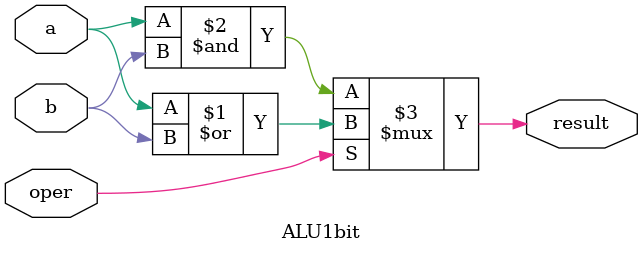
<source format=v>
`timescale 1ns / 1ps
module ALU1bit(
    input a,
    input b,
    input oper,
    output result
    );
assign result=oper? a|b : a&b;

endmodule	

</source>
